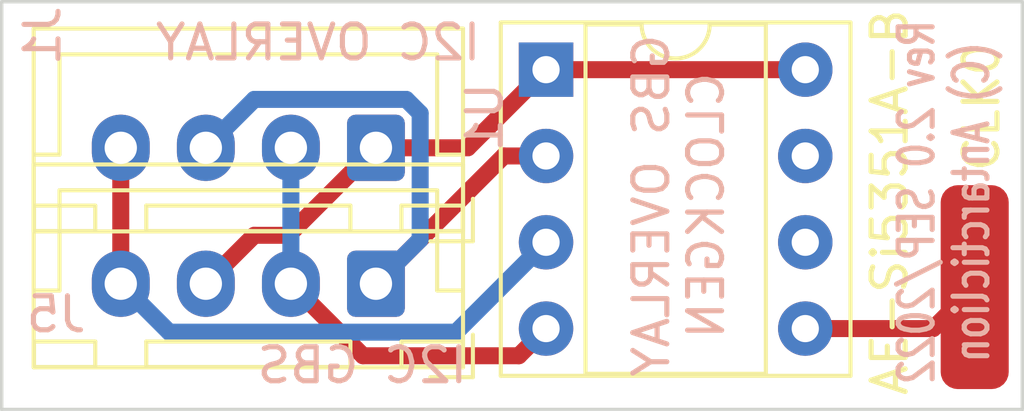
<source format=kicad_pcb>
(kicad_pcb (version 20171130) (host pcbnew "(5.1.6)-1")

  (general
    (thickness 1.6)
    (drawings 6)
    (tracks 23)
    (zones 0)
    (modules 4)
    (nets 8)
  )

  (page A4)
  (layers
    (0 F.Cu signal)
    (31 B.Cu signal)
    (32 B.Adhes user)
    (33 F.Adhes user)
    (34 B.Paste user)
    (35 F.Paste user)
    (36 B.SilkS user)
    (37 F.SilkS user)
    (38 B.Mask user)
    (39 F.Mask user)
    (40 Dwgs.User user)
    (41 Cmts.User user)
    (42 Eco1.User user)
    (43 Eco2.User user)
    (44 Edge.Cuts user)
    (45 Margin user)
    (46 B.CrtYd user)
    (47 F.CrtYd user)
    (48 B.Fab user)
    (49 F.Fab user)
  )

  (setup
    (last_trace_width 0.5)
    (user_trace_width 0.5)
    (trace_clearance 0.2)
    (zone_clearance 0.508)
    (zone_45_only no)
    (trace_min 0.2)
    (via_size 0.8)
    (via_drill 0.4)
    (via_min_size 0.4)
    (via_min_drill 0.3)
    (uvia_size 0.3)
    (uvia_drill 0.1)
    (uvias_allowed no)
    (uvia_min_size 0.2)
    (uvia_min_drill 0.1)
    (edge_width 0.1)
    (segment_width 0.2)
    (pcb_text_width 0.3)
    (pcb_text_size 1.5 1.5)
    (mod_edge_width 0.15)
    (mod_text_size 1 1)
    (mod_text_width 0.15)
    (pad_size 6 2)
    (pad_drill 0)
    (pad_to_mask_clearance 0)
    (aux_axis_origin 0 0)
    (visible_elements FFFFFF7F)
    (pcbplotparams
      (layerselection 0x010f0_ffffffff)
      (usegerberextensions true)
      (usegerberattributes true)
      (usegerberadvancedattributes true)
      (creategerberjobfile false)
      (excludeedgelayer true)
      (linewidth 0.100000)
      (plotframeref false)
      (viasonmask false)
      (mode 1)
      (useauxorigin false)
      (hpglpennumber 1)
      (hpglpenspeed 20)
      (hpglpendiameter 15.000000)
      (psnegative false)
      (psa4output false)
      (plotreference true)
      (plotvalue true)
      (plotinvisibletext false)
      (padsonsilk false)
      (subtractmaskfromsilk false)
      (outputformat 1)
      (mirror false)
      (drillshape 0)
      (scaleselection 1)
      (outputdirectory "garber/"))
  )

  (net 0 "")
  (net 1 "Net-(J1-Pad4)")
  (net 2 "Net-(J1-Pad3)")
  (net 3 "Net-(J1-Pad2)")
  (net 4 "Net-(J1-Pad1)")
  (net 5 "Net-(J2-Pad1)")
  (net 6 "Net-(J3-Pad1)")
  (net 7 "Net-(J4-Pad1)")

  (net_class Default "これはデフォルトのネット クラスです。"
    (clearance 0.2)
    (trace_width 0.25)
    (via_dia 0.8)
    (via_drill 0.4)
    (uvia_dia 0.3)
    (uvia_drill 0.1)
    (add_net "Net-(J1-Pad1)")
    (add_net "Net-(J1-Pad2)")
    (add_net "Net-(J1-Pad3)")
    (add_net "Net-(J1-Pad4)")
    (add_net "Net-(J2-Pad1)")
    (add_net "Net-(J3-Pad1)")
    (add_net "Net-(J4-Pad1)")
  )

  (module Connector_JST:JST_XH_B4B-XH-A_1x04_P2.50mm_Vertical (layer F.Cu) (tedit 5C28146C) (tstamp 632862E7)
    (at 111 96.3 180)
    (descr "JST XH series connector, B4B-XH-A (http://www.jst-mfg.com/product/pdf/eng/eXH.pdf), generated with kicad-footprint-generator")
    (tags "connector JST XH vertical")
    (path /6364D4BA)
    (fp_text reference J5 (at 9.4 -0.9) (layer B.SilkS)
      (effects (font (size 1 1) (thickness 0.15)) (justify mirror))
    )
    (fp_text value "I2C GBS" (at 0.4 -2.4) (layer B.SilkS)
      (effects (font (size 1 1) (thickness 0.15)) (justify mirror))
    )
    (fp_text user %R (at 3.75 2.7) (layer F.Fab)
      (effects (font (size 1 1) (thickness 0.15)))
    )
    (fp_line (start -2.45 -2.35) (end -2.45 3.4) (layer F.Fab) (width 0.1))
    (fp_line (start -2.45 3.4) (end 9.95 3.4) (layer F.Fab) (width 0.1))
    (fp_line (start 9.95 3.4) (end 9.95 -2.35) (layer F.Fab) (width 0.1))
    (fp_line (start 9.95 -2.35) (end -2.45 -2.35) (layer F.Fab) (width 0.1))
    (fp_line (start -2.56 -2.46) (end -2.56 3.51) (layer F.SilkS) (width 0.12))
    (fp_line (start -2.56 3.51) (end 10.06 3.51) (layer F.SilkS) (width 0.12))
    (fp_line (start 10.06 3.51) (end 10.06 -2.46) (layer F.SilkS) (width 0.12))
    (fp_line (start 10.06 -2.46) (end -2.56 -2.46) (layer F.SilkS) (width 0.12))
    (fp_line (start -2.95 -2.85) (end -2.95 3.9) (layer F.CrtYd) (width 0.05))
    (fp_line (start -2.95 3.9) (end 10.45 3.9) (layer F.CrtYd) (width 0.05))
    (fp_line (start 10.45 3.9) (end 10.45 -2.85) (layer F.CrtYd) (width 0.05))
    (fp_line (start 10.45 -2.85) (end -2.95 -2.85) (layer F.CrtYd) (width 0.05))
    (fp_line (start -0.625 -2.35) (end 0 -1.35) (layer F.Fab) (width 0.1))
    (fp_line (start 0 -1.35) (end 0.625 -2.35) (layer F.Fab) (width 0.1))
    (fp_line (start 0.75 -2.45) (end 0.75 -1.7) (layer F.SilkS) (width 0.12))
    (fp_line (start 0.75 -1.7) (end 6.75 -1.7) (layer F.SilkS) (width 0.12))
    (fp_line (start 6.75 -1.7) (end 6.75 -2.45) (layer F.SilkS) (width 0.12))
    (fp_line (start 6.75 -2.45) (end 0.75 -2.45) (layer F.SilkS) (width 0.12))
    (fp_line (start -2.55 -2.45) (end -2.55 -1.7) (layer F.SilkS) (width 0.12))
    (fp_line (start -2.55 -1.7) (end -0.75 -1.7) (layer F.SilkS) (width 0.12))
    (fp_line (start -0.75 -1.7) (end -0.75 -2.45) (layer F.SilkS) (width 0.12))
    (fp_line (start -0.75 -2.45) (end -2.55 -2.45) (layer F.SilkS) (width 0.12))
    (fp_line (start 8.25 -2.45) (end 8.25 -1.7) (layer F.SilkS) (width 0.12))
    (fp_line (start 8.25 -1.7) (end 10.05 -1.7) (layer F.SilkS) (width 0.12))
    (fp_line (start 10.05 -1.7) (end 10.05 -2.45) (layer F.SilkS) (width 0.12))
    (fp_line (start 10.05 -2.45) (end 8.25 -2.45) (layer F.SilkS) (width 0.12))
    (fp_line (start -2.55 -0.2) (end -1.8 -0.2) (layer F.SilkS) (width 0.12))
    (fp_line (start -1.8 -0.2) (end -1.8 2.75) (layer F.SilkS) (width 0.12))
    (fp_line (start -1.8 2.75) (end 3.75 2.75) (layer F.SilkS) (width 0.12))
    (fp_line (start 10.05 -0.2) (end 9.3 -0.2) (layer F.SilkS) (width 0.12))
    (fp_line (start 9.3 -0.2) (end 9.3 2.75) (layer F.SilkS) (width 0.12))
    (fp_line (start 9.3 2.75) (end 3.75 2.75) (layer F.SilkS) (width 0.12))
    (fp_line (start -1.6 -2.75) (end -2.85 -2.75) (layer F.SilkS) (width 0.12))
    (fp_line (start -2.85 -2.75) (end -2.85 -1.5) (layer F.SilkS) (width 0.12))
    (pad 4 thru_hole oval (at 7.5 0 180) (size 1.7 1.95) (drill 0.95) (layers *.Cu *.Mask)
      (net 1 "Net-(J1-Pad4)"))
    (pad 3 thru_hole oval (at 5 0 180) (size 1.7 1.95) (drill 0.95) (layers *.Cu *.Mask)
      (net 4 "Net-(J1-Pad1)"))
    (pad 2 thru_hole oval (at 2.5 0 180) (size 1.7 1.95) (drill 0.95) (layers *.Cu *.Mask)
      (net 3 "Net-(J1-Pad2)"))
    (pad 1 thru_hole roundrect (at 0 0 180) (size 1.7 1.95) (drill 0.95) (layers *.Cu *.Mask) (roundrect_rratio 0.147059)
      (net 2 "Net-(J1-Pad3)"))
    (model ${KISYS3DMOD}/Connector_JST.3dshapes/JST_XH_B4B-XH-A_1x04_P2.50mm_Vertical.wrl
      (at (xyz 0 0 0))
      (scale (xyz 1 1 1))
      (rotate (xyz 0 0 0))
    )
  )

  (module Package_DIP:DIP-8_W7.62mm_Socket (layer F.Cu) (tedit 5A02E8C5) (tstamp 63285053)
    (at 116 90)
    (descr "8-lead though-hole mounted DIP package, row spacing 7.62 mm (300 mils), Socket")
    (tags "THT DIP DIL PDIP 2.54mm 7.62mm 300mil Socket")
    (path /635D8ECB)
    (fp_text reference U1 (at -1.8 1.4 -90) (layer B.SilkS)
      (effects (font (size 1 1) (thickness 0.15)) (justify mirror))
    )
    (fp_text value AE-Si5351A-B (at 10.1 3.9 90) (layer F.SilkS)
      (effects (font (size 1 1) (thickness 0.15)))
    )
    (fp_text user %R (at 3.81 3.81) (layer F.Fab)
      (effects (font (size 1 1) (thickness 0.15)))
    )
    (fp_arc (start 3.81 -1.33) (end 2.81 -1.33) (angle -180) (layer F.SilkS) (width 0.12))
    (fp_line (start 1.635 -1.27) (end 6.985 -1.27) (layer F.Fab) (width 0.1))
    (fp_line (start 6.985 -1.27) (end 6.985 8.89) (layer F.Fab) (width 0.1))
    (fp_line (start 6.985 8.89) (end 0.635 8.89) (layer F.Fab) (width 0.1))
    (fp_line (start 0.635 8.89) (end 0.635 -0.27) (layer F.Fab) (width 0.1))
    (fp_line (start 0.635 -0.27) (end 1.635 -1.27) (layer F.Fab) (width 0.1))
    (fp_line (start -1.27 -1.33) (end -1.27 8.95) (layer F.Fab) (width 0.1))
    (fp_line (start -1.27 8.95) (end 8.89 8.95) (layer F.Fab) (width 0.1))
    (fp_line (start 8.89 8.95) (end 8.89 -1.33) (layer F.Fab) (width 0.1))
    (fp_line (start 8.89 -1.33) (end -1.27 -1.33) (layer F.Fab) (width 0.1))
    (fp_line (start 2.81 -1.33) (end 1.16 -1.33) (layer F.SilkS) (width 0.12))
    (fp_line (start 1.16 -1.33) (end 1.16 8.95) (layer F.SilkS) (width 0.12))
    (fp_line (start 1.16 8.95) (end 6.46 8.95) (layer F.SilkS) (width 0.12))
    (fp_line (start 6.46 8.95) (end 6.46 -1.33) (layer F.SilkS) (width 0.12))
    (fp_line (start 6.46 -1.33) (end 4.81 -1.33) (layer F.SilkS) (width 0.12))
    (fp_line (start -1.33 -1.39) (end -1.33 9.01) (layer F.SilkS) (width 0.12))
    (fp_line (start -1.33 9.01) (end 8.95 9.01) (layer F.SilkS) (width 0.12))
    (fp_line (start 8.95 9.01) (end 8.95 -1.39) (layer F.SilkS) (width 0.12))
    (fp_line (start 8.95 -1.39) (end -1.33 -1.39) (layer F.SilkS) (width 0.12))
    (fp_line (start -1.55 -1.6) (end -1.55 9.2) (layer F.CrtYd) (width 0.05))
    (fp_line (start -1.55 9.2) (end 9.15 9.2) (layer F.CrtYd) (width 0.05))
    (fp_line (start 9.15 9.2) (end 9.15 -1.6) (layer F.CrtYd) (width 0.05))
    (fp_line (start 9.15 -1.6) (end -1.55 -1.6) (layer F.CrtYd) (width 0.05))
    (pad 8 thru_hole oval (at 7.62 0) (size 1.6 1.6) (drill 0.8) (layers *.Cu *.Mask)
      (net 4 "Net-(J1-Pad1)"))
    (pad 4 thru_hole oval (at 0 7.62) (size 1.6 1.6) (drill 0.8) (layers *.Cu *.Mask)
      (net 3 "Net-(J1-Pad2)"))
    (pad 7 thru_hole oval (at 7.62 2.54) (size 1.6 1.6) (drill 0.8) (layers *.Cu *.Mask)
      (net 5 "Net-(J2-Pad1)"))
    (pad 3 thru_hole oval (at 0 5.08) (size 1.6 1.6) (drill 0.8) (layers *.Cu *.Mask)
      (net 1 "Net-(J1-Pad4)"))
    (pad 6 thru_hole oval (at 7.62 5.08) (size 1.6 1.6) (drill 0.8) (layers *.Cu *.Mask)
      (net 6 "Net-(J3-Pad1)"))
    (pad 2 thru_hole oval (at 0 2.54) (size 1.6 1.6) (drill 0.8) (layers *.Cu *.Mask)
      (net 2 "Net-(J1-Pad3)"))
    (pad 5 thru_hole oval (at 7.62 7.62) (size 1.6 1.6) (drill 0.8) (layers *.Cu *.Mask)
      (net 7 "Net-(J4-Pad1)"))
    (pad 1 thru_hole rect (at 0 0) (size 1.6 1.6) (drill 0.8) (layers *.Cu *.Mask)
      (net 4 "Net-(J1-Pad1)"))
    (model ${KISYS3DMOD}/Package_DIP.3dshapes/DIP-8_W7.62mm_Socket.wrl
      (at (xyz 0 0 0))
      (scale (xyz 1 1 1))
      (rotate (xyz 0 0 0))
    )
  )

  (module ryuk_lib:PAD (layer F.Cu) (tedit 6327F5B3) (tstamp 6328502F)
    (at 128.6 96.4 90)
    (path /63632A94)
    (fp_text reference J4 (at 0 -1.9 90) (layer F.Fab)
      (effects (font (size 1 1) (thickness 0.15)))
    )
    (fp_text value CLK0 (at 5.3 0.2 90) (layer F.SilkS)
      (effects (font (size 1 1) (thickness 0.15)))
    )
    (pad 1 smd roundrect (at 0 0 90) (size 6 2) (layers F.Cu F.Paste F.Mask) (roundrect_rratio 0.25)
      (net 7 "Net-(J4-Pad1)"))
  )

  (module Connector_JST:JST_XH_B4B-XH-A_1x04_P2.50mm_Vertical (layer F.Cu) (tedit 5C28146C) (tstamp 63285020)
    (at 111 92.3 180)
    (descr "JST XH series connector, B4B-XH-A (http://www.jst-mfg.com/product/pdf/eng/eXH.pdf), generated with kicad-footprint-generator")
    (tags "connector JST XH vertical")
    (path /64A2E3F1)
    (fp_text reference J1 (at 9.8 3.3 90) (layer B.SilkS)
      (effects (font (size 1 1) (thickness 0.15)) (justify mirror))
    )
    (fp_text value "I2C OVERLAY" (at 1.7 3.1 180) (layer B.SilkS)
      (effects (font (size 1 1) (thickness 0.15)) (justify mirror))
    )
    (fp_text user %R (at 3.75 2.7) (layer F.Fab)
      (effects (font (size 1 1) (thickness 0.15)))
    )
    (fp_line (start -2.45 -2.35) (end -2.45 3.4) (layer F.Fab) (width 0.1))
    (fp_line (start -2.45 3.4) (end 9.95 3.4) (layer F.Fab) (width 0.1))
    (fp_line (start 9.95 3.4) (end 9.95 -2.35) (layer F.Fab) (width 0.1))
    (fp_line (start 9.95 -2.35) (end -2.45 -2.35) (layer F.Fab) (width 0.1))
    (fp_line (start -2.56 -2.46) (end -2.56 3.51) (layer F.SilkS) (width 0.12))
    (fp_line (start -2.56 3.51) (end 10.06 3.51) (layer F.SilkS) (width 0.12))
    (fp_line (start 10.06 3.51) (end 10.06 -2.46) (layer F.SilkS) (width 0.12))
    (fp_line (start 10.06 -2.46) (end -2.56 -2.46) (layer F.SilkS) (width 0.12))
    (fp_line (start -2.95 -2.85) (end -2.95 3.9) (layer F.CrtYd) (width 0.05))
    (fp_line (start -2.95 3.9) (end 10.45 3.9) (layer F.CrtYd) (width 0.05))
    (fp_line (start 10.45 3.9) (end 10.45 -2.85) (layer F.CrtYd) (width 0.05))
    (fp_line (start 10.45 -2.85) (end -2.95 -2.85) (layer F.CrtYd) (width 0.05))
    (fp_line (start -0.625 -2.35) (end 0 -1.35) (layer F.Fab) (width 0.1))
    (fp_line (start 0 -1.35) (end 0.625 -2.35) (layer F.Fab) (width 0.1))
    (fp_line (start 0.75 -2.45) (end 0.75 -1.7) (layer F.SilkS) (width 0.12))
    (fp_line (start 0.75 -1.7) (end 6.75 -1.7) (layer F.SilkS) (width 0.12))
    (fp_line (start 6.75 -1.7) (end 6.75 -2.45) (layer F.SilkS) (width 0.12))
    (fp_line (start 6.75 -2.45) (end 0.75 -2.45) (layer F.SilkS) (width 0.12))
    (fp_line (start -2.55 -2.45) (end -2.55 -1.7) (layer F.SilkS) (width 0.12))
    (fp_line (start -2.55 -1.7) (end -0.75 -1.7) (layer F.SilkS) (width 0.12))
    (fp_line (start -0.75 -1.7) (end -0.75 -2.45) (layer F.SilkS) (width 0.12))
    (fp_line (start -0.75 -2.45) (end -2.55 -2.45) (layer F.SilkS) (width 0.12))
    (fp_line (start 8.25 -2.45) (end 8.25 -1.7) (layer F.SilkS) (width 0.12))
    (fp_line (start 8.25 -1.7) (end 10.05 -1.7) (layer F.SilkS) (width 0.12))
    (fp_line (start 10.05 -1.7) (end 10.05 -2.45) (layer F.SilkS) (width 0.12))
    (fp_line (start 10.05 -2.45) (end 8.25 -2.45) (layer F.SilkS) (width 0.12))
    (fp_line (start -2.55 -0.2) (end -1.8 -0.2) (layer F.SilkS) (width 0.12))
    (fp_line (start -1.8 -0.2) (end -1.8 2.75) (layer F.SilkS) (width 0.12))
    (fp_line (start -1.8 2.75) (end 3.75 2.75) (layer F.SilkS) (width 0.12))
    (fp_line (start 10.05 -0.2) (end 9.3 -0.2) (layer F.SilkS) (width 0.12))
    (fp_line (start 9.3 -0.2) (end 9.3 2.75) (layer F.SilkS) (width 0.12))
    (fp_line (start 9.3 2.75) (end 3.75 2.75) (layer F.SilkS) (width 0.12))
    (fp_line (start -1.6 -2.75) (end -2.85 -2.75) (layer F.SilkS) (width 0.12))
    (fp_line (start -2.85 -2.75) (end -2.85 -1.5) (layer F.SilkS) (width 0.12))
    (pad 4 thru_hole oval (at 7.5 0 180) (size 1.7 1.95) (drill 0.95) (layers *.Cu *.Mask)
      (net 1 "Net-(J1-Pad4)"))
    (pad 3 thru_hole oval (at 5 0 180) (size 1.7 1.95) (drill 0.95) (layers *.Cu *.Mask)
      (net 2 "Net-(J1-Pad3)"))
    (pad 2 thru_hole oval (at 2.5 0 180) (size 1.7 1.95) (drill 0.95) (layers *.Cu *.Mask)
      (net 3 "Net-(J1-Pad2)"))
    (pad 1 thru_hole roundrect (at 0 0 180) (size 1.7 1.95) (drill 0.95) (layers *.Cu *.Mask) (roundrect_rratio 0.147059)
      (net 4 "Net-(J1-Pad1)"))
    (model ${KISYS3DMOD}/Connector_JST.3dshapes/JST_XH_B4B-XH-A_1x04_P2.50mm_Vertical.wrl
      (at (xyz 0 0 0))
      (scale (xyz 1 1 1))
      (rotate (xyz 0 0 0))
    )
  )

  (gr_line (start 130 88) (end 130 100) (layer Edge.Cuts) (width 0.1) (tstamp 632860AB))
  (gr_text "Rev 2.0 SEP/2022\n(C) Antarcticlion" (at 127.7 93.9 90) (layer B.SilkS)
    (effects (font (size 1 0.75) (thickness 0.15)) (justify mirror))
  )
  (gr_text "GBS OVERLAY\nCLOCKGEN" (at 119.9 94 90) (layer B.SilkS)
    (effects (font (size 1 1) (thickness 0.15)) (justify mirror))
  )
  (gr_line (start 100 88) (end 100 100) (layer Edge.Cuts) (width 0.1) (tstamp 63285528))
  (gr_line (start 130 88) (end 100 88) (layer Edge.Cuts) (width 0.1))
  (gr_line (start 100 100) (end 130 100) (layer Edge.Cuts) (width 0.1))

  (segment (start 103.5 96.3) (end 103.5 92.3) (width 0.5) (layer F.Cu) (net 1))
  (segment (start 113.35499 97.72501) (end 104.92501 97.72501) (width 0.5) (layer B.Cu) (net 1))
  (segment (start 104.92501 97.72501) (end 103.5 96.3) (width 0.5) (layer B.Cu) (net 1))
  (segment (start 116 95.08) (end 113.35499 97.72501) (width 0.5) (layer B.Cu) (net 1))
  (segment (start 114.76 92.54) (end 111 96.3) (width 0.5) (layer F.Cu) (net 2))
  (segment (start 116 92.54) (end 114.76 92.54) (width 0.5) (layer F.Cu) (net 2))
  (segment (start 111.889956 90.87499) (end 107.42501 90.87499) (width 0.5) (layer B.Cu) (net 2))
  (segment (start 107.42501 90.87499) (end 106 92.3) (width 0.5) (layer B.Cu) (net 2))
  (segment (start 112.30001 91.285044) (end 111.889956 90.87499) (width 0.5) (layer B.Cu) (net 2))
  (segment (start 112.30001 94.99999) (end 112.30001 91.285044) (width 0.5) (layer B.Cu) (net 2))
  (segment (start 111 96.3) (end 112.30001 94.99999) (width 0.5) (layer B.Cu) (net 2))
  (segment (start 110.619999 98.419999) (end 108.5 96.3) (width 0.5) (layer F.Cu) (net 3))
  (segment (start 115.200001 98.419999) (end 110.619999 98.419999) (width 0.5) (layer F.Cu) (net 3))
  (segment (start 116 97.62) (end 115.200001 98.419999) (width 0.5) (layer F.Cu) (net 3))
  (segment (start 108.5 96.3) (end 108.5 92.3) (width 0.5) (layer B.Cu) (net 3))
  (segment (start 107.42501 94.87499) (end 108.42501 94.87499) (width 0.5) (layer F.Cu) (net 4))
  (segment (start 108.42501 94.87499) (end 111 92.3) (width 0.5) (layer F.Cu) (net 4))
  (segment (start 106 96.3) (end 107.42501 94.87499) (width 0.5) (layer F.Cu) (net 4))
  (segment (start 113.7 92.3) (end 116 90) (width 0.5) (layer F.Cu) (net 4))
  (segment (start 111 92.3) (end 113.7 92.3) (width 0.5) (layer F.Cu) (net 4))
  (segment (start 116 90) (end 123.62 90) (width 0.5) (layer F.Cu) (net 4))
  (segment (start 127.38 97.62) (end 128.6 96.4) (width 0.5) (layer F.Cu) (net 7))
  (segment (start 123.62 97.62) (end 127.38 97.62) (width 0.5) (layer F.Cu) (net 7))

)

</source>
